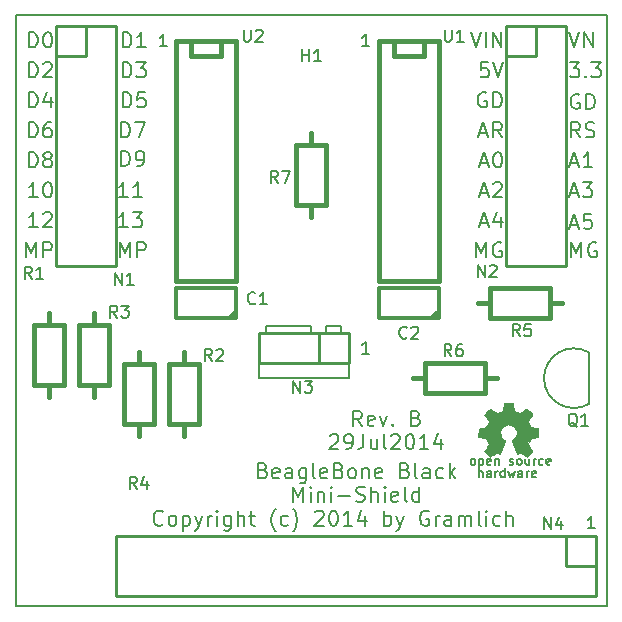
<source format=gto>
%FSLAX34Y34*%
G04 Gerber Fmt 3.4, Leading zero omitted, Abs format*
G04 (created by PCBNEW (2014-jan-25)-product) date Tue 29 Jul 2014 10:47:11 AM PDT*
%MOIN*%
G01*
G70*
G90*
G04 APERTURE LIST*
%ADD10C,0.003937*%
%ADD11C,0.008000*%
%ADD12C,0.006000*%
%ADD13C,0.012000*%
%ADD14C,0.000100*%
%ADD15C,0.010000*%
%ADD16C,0.005906*%
%ADD17C,0.015000*%
G04 APERTURE END LIST*
G54D10*
G54D11*
X35049Y-57618D02*
X35025Y-57642D01*
X34954Y-57666D01*
X34906Y-57666D01*
X34835Y-57642D01*
X34787Y-57594D01*
X34763Y-57547D01*
X34740Y-57451D01*
X34740Y-57380D01*
X34763Y-57285D01*
X34787Y-57237D01*
X34835Y-57190D01*
X34906Y-57166D01*
X34954Y-57166D01*
X35025Y-57190D01*
X35049Y-57213D01*
X35335Y-57666D02*
X35287Y-57642D01*
X35263Y-57618D01*
X35240Y-57570D01*
X35240Y-57428D01*
X35263Y-57380D01*
X35287Y-57356D01*
X35335Y-57332D01*
X35406Y-57332D01*
X35454Y-57356D01*
X35478Y-57380D01*
X35501Y-57428D01*
X35501Y-57570D01*
X35478Y-57618D01*
X35454Y-57642D01*
X35406Y-57666D01*
X35335Y-57666D01*
X35716Y-57332D02*
X35716Y-57832D01*
X35716Y-57356D02*
X35763Y-57332D01*
X35859Y-57332D01*
X35906Y-57356D01*
X35930Y-57380D01*
X35954Y-57428D01*
X35954Y-57570D01*
X35930Y-57618D01*
X35906Y-57642D01*
X35859Y-57666D01*
X35763Y-57666D01*
X35716Y-57642D01*
X36120Y-57332D02*
X36240Y-57666D01*
X36359Y-57332D02*
X36240Y-57666D01*
X36192Y-57785D01*
X36168Y-57809D01*
X36120Y-57832D01*
X36549Y-57666D02*
X36549Y-57332D01*
X36549Y-57428D02*
X36573Y-57380D01*
X36597Y-57356D01*
X36644Y-57332D01*
X36692Y-57332D01*
X36859Y-57666D02*
X36859Y-57332D01*
X36859Y-57166D02*
X36835Y-57190D01*
X36859Y-57213D01*
X36882Y-57190D01*
X36859Y-57166D01*
X36859Y-57213D01*
X37311Y-57332D02*
X37311Y-57737D01*
X37287Y-57785D01*
X37263Y-57809D01*
X37216Y-57832D01*
X37144Y-57832D01*
X37097Y-57809D01*
X37311Y-57642D02*
X37263Y-57666D01*
X37168Y-57666D01*
X37120Y-57642D01*
X37097Y-57618D01*
X37073Y-57570D01*
X37073Y-57428D01*
X37097Y-57380D01*
X37120Y-57356D01*
X37168Y-57332D01*
X37263Y-57332D01*
X37311Y-57356D01*
X37549Y-57666D02*
X37549Y-57166D01*
X37763Y-57666D02*
X37763Y-57404D01*
X37740Y-57356D01*
X37692Y-57332D01*
X37620Y-57332D01*
X37573Y-57356D01*
X37549Y-57380D01*
X37930Y-57332D02*
X38120Y-57332D01*
X38001Y-57166D02*
X38001Y-57594D01*
X38025Y-57642D01*
X38073Y-57666D01*
X38120Y-57666D01*
X38811Y-57856D02*
X38787Y-57832D01*
X38740Y-57761D01*
X38716Y-57713D01*
X38692Y-57642D01*
X38668Y-57523D01*
X38668Y-57428D01*
X38692Y-57309D01*
X38716Y-57237D01*
X38740Y-57190D01*
X38787Y-57118D01*
X38811Y-57094D01*
X39216Y-57642D02*
X39168Y-57666D01*
X39073Y-57666D01*
X39025Y-57642D01*
X39001Y-57618D01*
X38978Y-57570D01*
X38978Y-57428D01*
X39001Y-57380D01*
X39025Y-57356D01*
X39073Y-57332D01*
X39168Y-57332D01*
X39216Y-57356D01*
X39382Y-57856D02*
X39406Y-57832D01*
X39454Y-57761D01*
X39478Y-57713D01*
X39501Y-57642D01*
X39525Y-57523D01*
X39525Y-57428D01*
X39501Y-57309D01*
X39478Y-57237D01*
X39454Y-57190D01*
X39406Y-57118D01*
X39382Y-57094D01*
X40120Y-57213D02*
X40144Y-57190D01*
X40192Y-57166D01*
X40311Y-57166D01*
X40359Y-57190D01*
X40382Y-57213D01*
X40406Y-57261D01*
X40406Y-57309D01*
X40382Y-57380D01*
X40097Y-57666D01*
X40406Y-57666D01*
X40716Y-57166D02*
X40763Y-57166D01*
X40811Y-57190D01*
X40835Y-57213D01*
X40859Y-57261D01*
X40882Y-57356D01*
X40882Y-57475D01*
X40859Y-57570D01*
X40835Y-57618D01*
X40811Y-57642D01*
X40763Y-57666D01*
X40716Y-57666D01*
X40668Y-57642D01*
X40644Y-57618D01*
X40620Y-57570D01*
X40597Y-57475D01*
X40597Y-57356D01*
X40620Y-57261D01*
X40644Y-57213D01*
X40668Y-57190D01*
X40716Y-57166D01*
X41359Y-57666D02*
X41073Y-57666D01*
X41216Y-57666D02*
X41216Y-57166D01*
X41168Y-57237D01*
X41120Y-57285D01*
X41073Y-57309D01*
X41787Y-57332D02*
X41787Y-57666D01*
X41668Y-57142D02*
X41549Y-57499D01*
X41859Y-57499D01*
X42430Y-57666D02*
X42430Y-57166D01*
X42430Y-57356D02*
X42478Y-57332D01*
X42573Y-57332D01*
X42620Y-57356D01*
X42644Y-57380D01*
X42668Y-57428D01*
X42668Y-57570D01*
X42644Y-57618D01*
X42620Y-57642D01*
X42573Y-57666D01*
X42478Y-57666D01*
X42430Y-57642D01*
X42835Y-57332D02*
X42954Y-57666D01*
X43073Y-57332D02*
X42954Y-57666D01*
X42906Y-57785D01*
X42882Y-57809D01*
X42835Y-57832D01*
X43906Y-57190D02*
X43859Y-57166D01*
X43787Y-57166D01*
X43716Y-57190D01*
X43668Y-57237D01*
X43644Y-57285D01*
X43620Y-57380D01*
X43620Y-57451D01*
X43644Y-57547D01*
X43668Y-57594D01*
X43716Y-57642D01*
X43787Y-57666D01*
X43835Y-57666D01*
X43906Y-57642D01*
X43930Y-57618D01*
X43930Y-57451D01*
X43835Y-57451D01*
X44144Y-57666D02*
X44144Y-57332D01*
X44144Y-57428D02*
X44168Y-57380D01*
X44192Y-57356D01*
X44240Y-57332D01*
X44287Y-57332D01*
X44668Y-57666D02*
X44668Y-57404D01*
X44644Y-57356D01*
X44597Y-57332D01*
X44501Y-57332D01*
X44454Y-57356D01*
X44668Y-57642D02*
X44620Y-57666D01*
X44501Y-57666D01*
X44454Y-57642D01*
X44430Y-57594D01*
X44430Y-57547D01*
X44454Y-57499D01*
X44501Y-57475D01*
X44620Y-57475D01*
X44668Y-57451D01*
X44906Y-57666D02*
X44906Y-57332D01*
X44906Y-57380D02*
X44930Y-57356D01*
X44978Y-57332D01*
X45049Y-57332D01*
X45097Y-57356D01*
X45120Y-57404D01*
X45120Y-57666D01*
X45120Y-57404D02*
X45144Y-57356D01*
X45192Y-57332D01*
X45263Y-57332D01*
X45311Y-57356D01*
X45335Y-57404D01*
X45335Y-57666D01*
X45644Y-57666D02*
X45597Y-57642D01*
X45573Y-57594D01*
X45573Y-57166D01*
X45835Y-57666D02*
X45835Y-57332D01*
X45835Y-57166D02*
X45811Y-57190D01*
X45835Y-57213D01*
X45859Y-57190D01*
X45835Y-57166D01*
X45835Y-57213D01*
X46287Y-57642D02*
X46240Y-57666D01*
X46144Y-57666D01*
X46097Y-57642D01*
X46073Y-57618D01*
X46049Y-57570D01*
X46049Y-57428D01*
X46073Y-57380D01*
X46097Y-57356D01*
X46144Y-57332D01*
X46240Y-57332D01*
X46287Y-57356D01*
X46501Y-57666D02*
X46501Y-57166D01*
X46716Y-57666D02*
X46716Y-57404D01*
X46692Y-57356D01*
X46644Y-57332D01*
X46573Y-57332D01*
X46525Y-57356D01*
X46501Y-57380D01*
X41690Y-54336D02*
X41523Y-54098D01*
X41404Y-54336D02*
X41404Y-53836D01*
X41595Y-53836D01*
X41642Y-53860D01*
X41666Y-53883D01*
X41690Y-53931D01*
X41690Y-54002D01*
X41666Y-54050D01*
X41642Y-54074D01*
X41595Y-54098D01*
X41404Y-54098D01*
X42095Y-54312D02*
X42047Y-54336D01*
X41952Y-54336D01*
X41904Y-54312D01*
X41880Y-54264D01*
X41880Y-54074D01*
X41904Y-54026D01*
X41952Y-54002D01*
X42047Y-54002D01*
X42095Y-54026D01*
X42119Y-54074D01*
X42119Y-54121D01*
X41880Y-54169D01*
X42285Y-54002D02*
X42404Y-54336D01*
X42523Y-54002D01*
X42714Y-54288D02*
X42738Y-54312D01*
X42714Y-54336D01*
X42690Y-54312D01*
X42714Y-54288D01*
X42714Y-54336D01*
X43500Y-54074D02*
X43571Y-54098D01*
X43595Y-54121D01*
X43619Y-54169D01*
X43619Y-54240D01*
X43595Y-54288D01*
X43571Y-54312D01*
X43523Y-54336D01*
X43333Y-54336D01*
X43333Y-53836D01*
X43500Y-53836D01*
X43547Y-53860D01*
X43571Y-53883D01*
X43595Y-53931D01*
X43595Y-53979D01*
X43571Y-54026D01*
X43547Y-54050D01*
X43500Y-54074D01*
X43333Y-54074D01*
X40619Y-54663D02*
X40642Y-54640D01*
X40690Y-54616D01*
X40809Y-54616D01*
X40857Y-54640D01*
X40880Y-54663D01*
X40904Y-54711D01*
X40904Y-54759D01*
X40880Y-54830D01*
X40595Y-55116D01*
X40904Y-55116D01*
X41142Y-55116D02*
X41238Y-55116D01*
X41285Y-55092D01*
X41309Y-55068D01*
X41357Y-54997D01*
X41380Y-54901D01*
X41380Y-54711D01*
X41357Y-54663D01*
X41333Y-54640D01*
X41285Y-54616D01*
X41190Y-54616D01*
X41142Y-54640D01*
X41119Y-54663D01*
X41095Y-54711D01*
X41095Y-54830D01*
X41119Y-54878D01*
X41142Y-54901D01*
X41190Y-54925D01*
X41285Y-54925D01*
X41333Y-54901D01*
X41357Y-54878D01*
X41380Y-54830D01*
X41738Y-54616D02*
X41738Y-54973D01*
X41714Y-55044D01*
X41666Y-55092D01*
X41595Y-55116D01*
X41547Y-55116D01*
X42190Y-54782D02*
X42190Y-55116D01*
X41976Y-54782D02*
X41976Y-55044D01*
X42000Y-55092D01*
X42047Y-55116D01*
X42119Y-55116D01*
X42166Y-55092D01*
X42190Y-55068D01*
X42500Y-55116D02*
X42452Y-55092D01*
X42428Y-55044D01*
X42428Y-54616D01*
X42666Y-54663D02*
X42690Y-54640D01*
X42738Y-54616D01*
X42857Y-54616D01*
X42904Y-54640D01*
X42928Y-54663D01*
X42952Y-54711D01*
X42952Y-54759D01*
X42928Y-54830D01*
X42642Y-55116D01*
X42952Y-55116D01*
X43261Y-54616D02*
X43309Y-54616D01*
X43357Y-54640D01*
X43380Y-54663D01*
X43404Y-54711D01*
X43428Y-54806D01*
X43428Y-54925D01*
X43404Y-55020D01*
X43380Y-55068D01*
X43357Y-55092D01*
X43309Y-55116D01*
X43261Y-55116D01*
X43214Y-55092D01*
X43190Y-55068D01*
X43166Y-55020D01*
X43142Y-54925D01*
X43142Y-54806D01*
X43166Y-54711D01*
X43190Y-54663D01*
X43214Y-54640D01*
X43261Y-54616D01*
X43904Y-55116D02*
X43619Y-55116D01*
X43761Y-55116D02*
X43761Y-54616D01*
X43714Y-54687D01*
X43666Y-54735D01*
X43619Y-54759D01*
X44333Y-54782D02*
X44333Y-55116D01*
X44214Y-54592D02*
X44095Y-54949D01*
X44404Y-54949D01*
X35173Y-41680D02*
X34945Y-41680D01*
X35059Y-41680D02*
X35059Y-41280D01*
X35021Y-41338D01*
X34983Y-41376D01*
X34945Y-41395D01*
X41923Y-41680D02*
X41695Y-41680D01*
X41809Y-41680D02*
X41809Y-41280D01*
X41771Y-41338D01*
X41733Y-41376D01*
X41695Y-41395D01*
X41923Y-51930D02*
X41695Y-51930D01*
X41809Y-51930D02*
X41809Y-51530D01*
X41771Y-51588D01*
X41733Y-51626D01*
X41695Y-51645D01*
X49443Y-57750D02*
X49215Y-57750D01*
X49329Y-57750D02*
X49329Y-57350D01*
X49291Y-57408D01*
X49253Y-57446D01*
X49215Y-57465D01*
G54D12*
X45591Y-56045D02*
X45591Y-55745D01*
X45720Y-56045D02*
X45720Y-55888D01*
X45705Y-55860D01*
X45677Y-55845D01*
X45634Y-55845D01*
X45605Y-55860D01*
X45591Y-55874D01*
X45991Y-56045D02*
X45991Y-55888D01*
X45977Y-55860D01*
X45948Y-55845D01*
X45891Y-55845D01*
X45862Y-55860D01*
X45991Y-56031D02*
X45962Y-56045D01*
X45891Y-56045D01*
X45862Y-56031D01*
X45848Y-56002D01*
X45848Y-55974D01*
X45862Y-55945D01*
X45891Y-55931D01*
X45962Y-55931D01*
X45991Y-55917D01*
X46134Y-56045D02*
X46134Y-55845D01*
X46134Y-55902D02*
X46148Y-55874D01*
X46162Y-55860D01*
X46191Y-55845D01*
X46220Y-55845D01*
X46448Y-56045D02*
X46448Y-55745D01*
X46448Y-56031D02*
X46420Y-56045D01*
X46362Y-56045D01*
X46334Y-56031D01*
X46320Y-56017D01*
X46305Y-55988D01*
X46305Y-55902D01*
X46320Y-55874D01*
X46334Y-55860D01*
X46362Y-55845D01*
X46420Y-55845D01*
X46448Y-55860D01*
X46562Y-55845D02*
X46620Y-56045D01*
X46677Y-55902D01*
X46734Y-56045D01*
X46791Y-55845D01*
X47034Y-56045D02*
X47034Y-55888D01*
X47020Y-55860D01*
X46991Y-55845D01*
X46934Y-55845D01*
X46905Y-55860D01*
X47034Y-56031D02*
X47005Y-56045D01*
X46934Y-56045D01*
X46905Y-56031D01*
X46891Y-56002D01*
X46891Y-55974D01*
X46905Y-55945D01*
X46934Y-55931D01*
X47005Y-55931D01*
X47034Y-55917D01*
X47177Y-56045D02*
X47177Y-55845D01*
X47177Y-55902D02*
X47191Y-55874D01*
X47205Y-55860D01*
X47234Y-55845D01*
X47262Y-55845D01*
X47477Y-56031D02*
X47448Y-56045D01*
X47391Y-56045D01*
X47362Y-56031D01*
X47348Y-56002D01*
X47348Y-55888D01*
X47362Y-55860D01*
X47391Y-55845D01*
X47448Y-55845D01*
X47477Y-55860D01*
X47491Y-55888D01*
X47491Y-55917D01*
X47348Y-55945D01*
X45364Y-55635D02*
X45335Y-55621D01*
X45321Y-55607D01*
X45307Y-55578D01*
X45307Y-55492D01*
X45321Y-55464D01*
X45335Y-55450D01*
X45364Y-55435D01*
X45407Y-55435D01*
X45435Y-55450D01*
X45450Y-55464D01*
X45464Y-55492D01*
X45464Y-55578D01*
X45450Y-55607D01*
X45435Y-55621D01*
X45407Y-55635D01*
X45364Y-55635D01*
X45592Y-55435D02*
X45592Y-55735D01*
X45592Y-55450D02*
X45621Y-55435D01*
X45678Y-55435D01*
X45707Y-55450D01*
X45721Y-55464D01*
X45735Y-55492D01*
X45735Y-55578D01*
X45721Y-55607D01*
X45707Y-55621D01*
X45678Y-55635D01*
X45621Y-55635D01*
X45592Y-55621D01*
X45978Y-55621D02*
X45950Y-55635D01*
X45892Y-55635D01*
X45864Y-55621D01*
X45850Y-55592D01*
X45850Y-55478D01*
X45864Y-55450D01*
X45892Y-55435D01*
X45950Y-55435D01*
X45978Y-55450D01*
X45992Y-55478D01*
X45992Y-55507D01*
X45850Y-55535D01*
X46121Y-55435D02*
X46121Y-55635D01*
X46121Y-55464D02*
X46135Y-55450D01*
X46164Y-55435D01*
X46207Y-55435D01*
X46235Y-55450D01*
X46250Y-55478D01*
X46250Y-55635D01*
X46607Y-55621D02*
X46635Y-55635D01*
X46692Y-55635D01*
X46721Y-55621D01*
X46735Y-55592D01*
X46735Y-55578D01*
X46721Y-55550D01*
X46692Y-55535D01*
X46650Y-55535D01*
X46621Y-55521D01*
X46607Y-55492D01*
X46607Y-55478D01*
X46621Y-55450D01*
X46650Y-55435D01*
X46692Y-55435D01*
X46721Y-55450D01*
X46907Y-55635D02*
X46878Y-55621D01*
X46864Y-55607D01*
X46850Y-55578D01*
X46850Y-55492D01*
X46864Y-55464D01*
X46878Y-55450D01*
X46907Y-55435D01*
X46950Y-55435D01*
X46978Y-55450D01*
X46992Y-55464D01*
X47007Y-55492D01*
X47007Y-55578D01*
X46992Y-55607D01*
X46978Y-55621D01*
X46950Y-55635D01*
X46907Y-55635D01*
X47264Y-55435D02*
X47264Y-55635D01*
X47135Y-55435D02*
X47135Y-55592D01*
X47150Y-55621D01*
X47178Y-55635D01*
X47221Y-55635D01*
X47250Y-55621D01*
X47264Y-55607D01*
X47407Y-55635D02*
X47407Y-55435D01*
X47407Y-55492D02*
X47421Y-55464D01*
X47435Y-55450D01*
X47464Y-55435D01*
X47492Y-55435D01*
X47721Y-55621D02*
X47692Y-55635D01*
X47635Y-55635D01*
X47607Y-55621D01*
X47592Y-55607D01*
X47578Y-55578D01*
X47578Y-55492D01*
X47592Y-55464D01*
X47607Y-55450D01*
X47635Y-55435D01*
X47692Y-55435D01*
X47721Y-55450D01*
X47964Y-55621D02*
X47935Y-55635D01*
X47878Y-55635D01*
X47850Y-55621D01*
X47835Y-55592D01*
X47835Y-55478D01*
X47850Y-55450D01*
X47878Y-55435D01*
X47935Y-55435D01*
X47964Y-55450D01*
X47978Y-55478D01*
X47978Y-55507D01*
X47835Y-55535D01*
G54D11*
X38392Y-55824D02*
X38464Y-55848D01*
X38488Y-55871D01*
X38511Y-55919D01*
X38511Y-55990D01*
X38488Y-56038D01*
X38464Y-56062D01*
X38416Y-56086D01*
X38226Y-56086D01*
X38226Y-55586D01*
X38392Y-55586D01*
X38440Y-55610D01*
X38464Y-55633D01*
X38488Y-55681D01*
X38488Y-55729D01*
X38464Y-55776D01*
X38440Y-55800D01*
X38392Y-55824D01*
X38226Y-55824D01*
X38916Y-56062D02*
X38869Y-56086D01*
X38773Y-56086D01*
X38726Y-56062D01*
X38702Y-56014D01*
X38702Y-55824D01*
X38726Y-55776D01*
X38773Y-55752D01*
X38869Y-55752D01*
X38916Y-55776D01*
X38940Y-55824D01*
X38940Y-55871D01*
X38702Y-55919D01*
X39369Y-56086D02*
X39369Y-55824D01*
X39345Y-55776D01*
X39297Y-55752D01*
X39202Y-55752D01*
X39154Y-55776D01*
X39369Y-56062D02*
X39321Y-56086D01*
X39202Y-56086D01*
X39154Y-56062D01*
X39130Y-56014D01*
X39130Y-55967D01*
X39154Y-55919D01*
X39202Y-55895D01*
X39321Y-55895D01*
X39369Y-55871D01*
X39821Y-55752D02*
X39821Y-56157D01*
X39797Y-56205D01*
X39773Y-56229D01*
X39726Y-56252D01*
X39654Y-56252D01*
X39607Y-56229D01*
X39821Y-56062D02*
X39773Y-56086D01*
X39678Y-56086D01*
X39630Y-56062D01*
X39607Y-56038D01*
X39583Y-55990D01*
X39583Y-55848D01*
X39607Y-55800D01*
X39630Y-55776D01*
X39678Y-55752D01*
X39773Y-55752D01*
X39821Y-55776D01*
X40130Y-56086D02*
X40083Y-56062D01*
X40059Y-56014D01*
X40059Y-55586D01*
X40511Y-56062D02*
X40464Y-56086D01*
X40369Y-56086D01*
X40321Y-56062D01*
X40297Y-56014D01*
X40297Y-55824D01*
X40321Y-55776D01*
X40369Y-55752D01*
X40464Y-55752D01*
X40511Y-55776D01*
X40535Y-55824D01*
X40535Y-55871D01*
X40297Y-55919D01*
X40916Y-55824D02*
X40988Y-55848D01*
X41011Y-55871D01*
X41035Y-55919D01*
X41035Y-55990D01*
X41011Y-56038D01*
X40988Y-56062D01*
X40940Y-56086D01*
X40750Y-56086D01*
X40750Y-55586D01*
X40916Y-55586D01*
X40964Y-55610D01*
X40988Y-55633D01*
X41011Y-55681D01*
X41011Y-55729D01*
X40988Y-55776D01*
X40964Y-55800D01*
X40916Y-55824D01*
X40750Y-55824D01*
X41321Y-56086D02*
X41273Y-56062D01*
X41250Y-56038D01*
X41226Y-55990D01*
X41226Y-55848D01*
X41250Y-55800D01*
X41273Y-55776D01*
X41321Y-55752D01*
X41392Y-55752D01*
X41440Y-55776D01*
X41464Y-55800D01*
X41488Y-55848D01*
X41488Y-55990D01*
X41464Y-56038D01*
X41440Y-56062D01*
X41392Y-56086D01*
X41321Y-56086D01*
X41702Y-55752D02*
X41702Y-56086D01*
X41702Y-55800D02*
X41726Y-55776D01*
X41773Y-55752D01*
X41845Y-55752D01*
X41892Y-55776D01*
X41916Y-55824D01*
X41916Y-56086D01*
X42345Y-56062D02*
X42297Y-56086D01*
X42202Y-56086D01*
X42154Y-56062D01*
X42130Y-56014D01*
X42130Y-55824D01*
X42154Y-55776D01*
X42202Y-55752D01*
X42297Y-55752D01*
X42345Y-55776D01*
X42369Y-55824D01*
X42369Y-55871D01*
X42130Y-55919D01*
X43130Y-55824D02*
X43202Y-55848D01*
X43226Y-55871D01*
X43250Y-55919D01*
X43250Y-55990D01*
X43226Y-56038D01*
X43202Y-56062D01*
X43154Y-56086D01*
X42964Y-56086D01*
X42964Y-55586D01*
X43130Y-55586D01*
X43178Y-55610D01*
X43202Y-55633D01*
X43226Y-55681D01*
X43226Y-55729D01*
X43202Y-55776D01*
X43178Y-55800D01*
X43130Y-55824D01*
X42964Y-55824D01*
X43535Y-56086D02*
X43488Y-56062D01*
X43464Y-56014D01*
X43464Y-55586D01*
X43940Y-56086D02*
X43940Y-55824D01*
X43916Y-55776D01*
X43869Y-55752D01*
X43773Y-55752D01*
X43726Y-55776D01*
X43940Y-56062D02*
X43892Y-56086D01*
X43773Y-56086D01*
X43726Y-56062D01*
X43702Y-56014D01*
X43702Y-55967D01*
X43726Y-55919D01*
X43773Y-55895D01*
X43892Y-55895D01*
X43940Y-55871D01*
X44392Y-56062D02*
X44345Y-56086D01*
X44250Y-56086D01*
X44202Y-56062D01*
X44178Y-56038D01*
X44154Y-55990D01*
X44154Y-55848D01*
X44178Y-55800D01*
X44202Y-55776D01*
X44250Y-55752D01*
X44345Y-55752D01*
X44392Y-55776D01*
X44607Y-56086D02*
X44607Y-55586D01*
X44654Y-55895D02*
X44797Y-56086D01*
X44797Y-55752D02*
X44607Y-55943D01*
X39404Y-56866D02*
X39404Y-56366D01*
X39571Y-56723D01*
X39738Y-56366D01*
X39738Y-56866D01*
X39976Y-56866D02*
X39976Y-56532D01*
X39976Y-56366D02*
X39952Y-56390D01*
X39976Y-56413D01*
X40000Y-56390D01*
X39976Y-56366D01*
X39976Y-56413D01*
X40214Y-56532D02*
X40214Y-56866D01*
X40214Y-56580D02*
X40238Y-56556D01*
X40285Y-56532D01*
X40357Y-56532D01*
X40404Y-56556D01*
X40428Y-56604D01*
X40428Y-56866D01*
X40666Y-56866D02*
X40666Y-56532D01*
X40666Y-56366D02*
X40642Y-56390D01*
X40666Y-56413D01*
X40690Y-56390D01*
X40666Y-56366D01*
X40666Y-56413D01*
X40904Y-56675D02*
X41285Y-56675D01*
X41500Y-56842D02*
X41571Y-56866D01*
X41690Y-56866D01*
X41738Y-56842D01*
X41761Y-56818D01*
X41785Y-56770D01*
X41785Y-56723D01*
X41761Y-56675D01*
X41738Y-56651D01*
X41690Y-56628D01*
X41595Y-56604D01*
X41547Y-56580D01*
X41523Y-56556D01*
X41500Y-56509D01*
X41500Y-56461D01*
X41523Y-56413D01*
X41547Y-56390D01*
X41595Y-56366D01*
X41714Y-56366D01*
X41785Y-56390D01*
X42000Y-56866D02*
X42000Y-56366D01*
X42214Y-56866D02*
X42214Y-56604D01*
X42190Y-56556D01*
X42142Y-56532D01*
X42071Y-56532D01*
X42023Y-56556D01*
X42000Y-56580D01*
X42452Y-56866D02*
X42452Y-56532D01*
X42452Y-56366D02*
X42428Y-56390D01*
X42452Y-56413D01*
X42476Y-56390D01*
X42452Y-56366D01*
X42452Y-56413D01*
X42880Y-56842D02*
X42833Y-56866D01*
X42738Y-56866D01*
X42690Y-56842D01*
X42666Y-56794D01*
X42666Y-56604D01*
X42690Y-56556D01*
X42738Y-56532D01*
X42833Y-56532D01*
X42880Y-56556D01*
X42904Y-56604D01*
X42904Y-56651D01*
X42666Y-56699D01*
X43190Y-56866D02*
X43142Y-56842D01*
X43119Y-56794D01*
X43119Y-56366D01*
X43595Y-56866D02*
X43595Y-56366D01*
X43595Y-56842D02*
X43547Y-56866D01*
X43452Y-56866D01*
X43404Y-56842D01*
X43380Y-56818D01*
X43357Y-56770D01*
X43357Y-56628D01*
X43380Y-56580D01*
X43404Y-56556D01*
X43452Y-56532D01*
X43547Y-56532D01*
X43595Y-56556D01*
X48645Y-47633D02*
X48883Y-47633D01*
X48597Y-47776D02*
X48764Y-47276D01*
X48930Y-47776D01*
X49335Y-47276D02*
X49097Y-47276D01*
X49073Y-47514D01*
X49097Y-47490D01*
X49145Y-47466D01*
X49264Y-47466D01*
X49311Y-47490D01*
X49335Y-47514D01*
X49359Y-47561D01*
X49359Y-47680D01*
X49335Y-47728D01*
X49311Y-47752D01*
X49264Y-47776D01*
X49145Y-47776D01*
X49097Y-47752D01*
X49073Y-47728D01*
X48645Y-46583D02*
X48883Y-46583D01*
X48597Y-46726D02*
X48764Y-46226D01*
X48930Y-46726D01*
X49050Y-46226D02*
X49359Y-46226D01*
X49192Y-46416D01*
X49264Y-46416D01*
X49311Y-46440D01*
X49335Y-46464D01*
X49359Y-46511D01*
X49359Y-46630D01*
X49335Y-46678D01*
X49311Y-46702D01*
X49264Y-46726D01*
X49121Y-46726D01*
X49073Y-46702D01*
X49050Y-46678D01*
X48645Y-45583D02*
X48883Y-45583D01*
X48597Y-45726D02*
X48764Y-45226D01*
X48930Y-45726D01*
X49359Y-45726D02*
X49073Y-45726D01*
X49216Y-45726D02*
X49216Y-45226D01*
X49169Y-45297D01*
X49121Y-45345D01*
X49073Y-45369D01*
X48954Y-44726D02*
X48788Y-44488D01*
X48669Y-44726D02*
X48669Y-44226D01*
X48859Y-44226D01*
X48907Y-44250D01*
X48930Y-44273D01*
X48954Y-44321D01*
X48954Y-44392D01*
X48930Y-44440D01*
X48907Y-44464D01*
X48859Y-44488D01*
X48669Y-44488D01*
X49145Y-44702D02*
X49216Y-44726D01*
X49335Y-44726D01*
X49383Y-44702D01*
X49407Y-44678D01*
X49430Y-44630D01*
X49430Y-44583D01*
X49407Y-44535D01*
X49383Y-44511D01*
X49335Y-44488D01*
X49240Y-44464D01*
X49192Y-44440D01*
X49169Y-44416D01*
X49145Y-44369D01*
X49145Y-44321D01*
X49169Y-44273D01*
X49192Y-44250D01*
X49240Y-44226D01*
X49359Y-44226D01*
X49430Y-44250D01*
X48930Y-43300D02*
X48883Y-43276D01*
X48811Y-43276D01*
X48740Y-43300D01*
X48692Y-43347D01*
X48669Y-43395D01*
X48645Y-43490D01*
X48645Y-43561D01*
X48669Y-43657D01*
X48692Y-43704D01*
X48740Y-43752D01*
X48811Y-43776D01*
X48859Y-43776D01*
X48930Y-43752D01*
X48954Y-43728D01*
X48954Y-43561D01*
X48859Y-43561D01*
X49169Y-43776D02*
X49169Y-43276D01*
X49288Y-43276D01*
X49359Y-43300D01*
X49407Y-43347D01*
X49430Y-43395D01*
X49454Y-43490D01*
X49454Y-43561D01*
X49430Y-43657D01*
X49407Y-43704D01*
X49359Y-43752D01*
X49288Y-43776D01*
X49169Y-43776D01*
X48621Y-42226D02*
X48930Y-42226D01*
X48764Y-42416D01*
X48835Y-42416D01*
X48883Y-42440D01*
X48907Y-42464D01*
X48930Y-42511D01*
X48930Y-42630D01*
X48907Y-42678D01*
X48883Y-42702D01*
X48835Y-42726D01*
X48692Y-42726D01*
X48645Y-42702D01*
X48621Y-42678D01*
X49145Y-42678D02*
X49169Y-42702D01*
X49145Y-42726D01*
X49121Y-42702D01*
X49145Y-42678D01*
X49145Y-42726D01*
X49335Y-42226D02*
X49645Y-42226D01*
X49478Y-42416D01*
X49550Y-42416D01*
X49597Y-42440D01*
X49621Y-42464D01*
X49645Y-42511D01*
X49645Y-42630D01*
X49621Y-42678D01*
X49597Y-42702D01*
X49550Y-42726D01*
X49407Y-42726D01*
X49359Y-42702D01*
X49335Y-42678D01*
X48597Y-41226D02*
X48764Y-41726D01*
X48930Y-41226D01*
X49097Y-41726D02*
X49097Y-41226D01*
X49383Y-41726D01*
X49383Y-41226D01*
X48669Y-48726D02*
X48669Y-48226D01*
X48835Y-48583D01*
X49002Y-48226D01*
X49002Y-48726D01*
X49502Y-48250D02*
X49454Y-48226D01*
X49383Y-48226D01*
X49311Y-48250D01*
X49264Y-48297D01*
X49240Y-48345D01*
X49216Y-48440D01*
X49216Y-48511D01*
X49240Y-48607D01*
X49264Y-48654D01*
X49311Y-48702D01*
X49383Y-48726D01*
X49430Y-48726D01*
X49502Y-48702D01*
X49526Y-48678D01*
X49526Y-48511D01*
X49430Y-48511D01*
X33619Y-48726D02*
X33619Y-48226D01*
X33785Y-48583D01*
X33952Y-48226D01*
X33952Y-48726D01*
X34190Y-48726D02*
X34190Y-48226D01*
X34380Y-48226D01*
X34428Y-48250D01*
X34452Y-48273D01*
X34476Y-48321D01*
X34476Y-48392D01*
X34452Y-48440D01*
X34428Y-48464D01*
X34380Y-48488D01*
X34190Y-48488D01*
X33880Y-47726D02*
X33595Y-47726D01*
X33738Y-47726D02*
X33738Y-47226D01*
X33690Y-47297D01*
X33642Y-47345D01*
X33595Y-47369D01*
X34047Y-47226D02*
X34357Y-47226D01*
X34190Y-47416D01*
X34261Y-47416D01*
X34309Y-47440D01*
X34333Y-47464D01*
X34357Y-47511D01*
X34357Y-47630D01*
X34333Y-47678D01*
X34309Y-47702D01*
X34261Y-47726D01*
X34119Y-47726D01*
X34071Y-47702D01*
X34047Y-47678D01*
X33880Y-46726D02*
X33595Y-46726D01*
X33738Y-46726D02*
X33738Y-46226D01*
X33690Y-46297D01*
X33642Y-46345D01*
X33595Y-46369D01*
X34357Y-46726D02*
X34071Y-46726D01*
X34214Y-46726D02*
X34214Y-46226D01*
X34166Y-46297D01*
X34119Y-46345D01*
X34071Y-46369D01*
X33669Y-45676D02*
X33669Y-45176D01*
X33788Y-45176D01*
X33859Y-45200D01*
X33907Y-45247D01*
X33930Y-45295D01*
X33954Y-45390D01*
X33954Y-45461D01*
X33930Y-45557D01*
X33907Y-45604D01*
X33859Y-45652D01*
X33788Y-45676D01*
X33669Y-45676D01*
X34192Y-45676D02*
X34288Y-45676D01*
X34335Y-45652D01*
X34359Y-45628D01*
X34407Y-45557D01*
X34430Y-45461D01*
X34430Y-45271D01*
X34407Y-45223D01*
X34383Y-45200D01*
X34335Y-45176D01*
X34240Y-45176D01*
X34192Y-45200D01*
X34169Y-45223D01*
X34145Y-45271D01*
X34145Y-45390D01*
X34169Y-45438D01*
X34192Y-45461D01*
X34240Y-45485D01*
X34335Y-45485D01*
X34383Y-45461D01*
X34407Y-45438D01*
X34430Y-45390D01*
X33669Y-44726D02*
X33669Y-44226D01*
X33788Y-44226D01*
X33859Y-44250D01*
X33907Y-44297D01*
X33930Y-44345D01*
X33954Y-44440D01*
X33954Y-44511D01*
X33930Y-44607D01*
X33907Y-44654D01*
X33859Y-44702D01*
X33788Y-44726D01*
X33669Y-44726D01*
X34121Y-44226D02*
X34454Y-44226D01*
X34240Y-44726D01*
X33719Y-43726D02*
X33719Y-43226D01*
X33838Y-43226D01*
X33909Y-43250D01*
X33957Y-43297D01*
X33980Y-43345D01*
X34004Y-43440D01*
X34004Y-43511D01*
X33980Y-43607D01*
X33957Y-43654D01*
X33909Y-43702D01*
X33838Y-43726D01*
X33719Y-43726D01*
X34457Y-43226D02*
X34219Y-43226D01*
X34195Y-43464D01*
X34219Y-43440D01*
X34266Y-43416D01*
X34385Y-43416D01*
X34433Y-43440D01*
X34457Y-43464D01*
X34480Y-43511D01*
X34480Y-43630D01*
X34457Y-43678D01*
X34433Y-43702D01*
X34385Y-43726D01*
X34266Y-43726D01*
X34219Y-43702D01*
X34195Y-43678D01*
X33719Y-42726D02*
X33719Y-42226D01*
X33838Y-42226D01*
X33909Y-42250D01*
X33957Y-42297D01*
X33980Y-42345D01*
X34004Y-42440D01*
X34004Y-42511D01*
X33980Y-42607D01*
X33957Y-42654D01*
X33909Y-42702D01*
X33838Y-42726D01*
X33719Y-42726D01*
X34171Y-42226D02*
X34480Y-42226D01*
X34314Y-42416D01*
X34385Y-42416D01*
X34433Y-42440D01*
X34457Y-42464D01*
X34480Y-42511D01*
X34480Y-42630D01*
X34457Y-42678D01*
X34433Y-42702D01*
X34385Y-42726D01*
X34242Y-42726D01*
X34195Y-42702D01*
X34171Y-42678D01*
X33719Y-41726D02*
X33719Y-41226D01*
X33838Y-41226D01*
X33909Y-41250D01*
X33957Y-41297D01*
X33980Y-41345D01*
X34004Y-41440D01*
X34004Y-41511D01*
X33980Y-41607D01*
X33957Y-41654D01*
X33909Y-41702D01*
X33838Y-41726D01*
X33719Y-41726D01*
X34480Y-41726D02*
X34195Y-41726D01*
X34338Y-41726D02*
X34338Y-41226D01*
X34290Y-41297D01*
X34242Y-41345D01*
X34195Y-41369D01*
X45497Y-48726D02*
X45497Y-48226D01*
X45664Y-48583D01*
X45830Y-48226D01*
X45830Y-48726D01*
X46330Y-48250D02*
X46283Y-48226D01*
X46211Y-48226D01*
X46140Y-48250D01*
X46092Y-48297D01*
X46069Y-48345D01*
X46045Y-48440D01*
X46045Y-48511D01*
X46069Y-48607D01*
X46092Y-48654D01*
X46140Y-48702D01*
X46211Y-48726D01*
X46259Y-48726D01*
X46330Y-48702D01*
X46354Y-48678D01*
X46354Y-48511D01*
X46259Y-48511D01*
X45640Y-47583D02*
X45878Y-47583D01*
X45592Y-47726D02*
X45759Y-47226D01*
X45926Y-47726D01*
X46307Y-47392D02*
X46307Y-47726D01*
X46188Y-47202D02*
X46069Y-47559D01*
X46378Y-47559D01*
X45640Y-46583D02*
X45878Y-46583D01*
X45592Y-46726D02*
X45759Y-46226D01*
X45926Y-46726D01*
X46069Y-46273D02*
X46092Y-46250D01*
X46140Y-46226D01*
X46259Y-46226D01*
X46307Y-46250D01*
X46330Y-46273D01*
X46354Y-46321D01*
X46354Y-46369D01*
X46330Y-46440D01*
X46045Y-46726D01*
X46354Y-46726D01*
X45640Y-45583D02*
X45878Y-45583D01*
X45592Y-45726D02*
X45759Y-45226D01*
X45926Y-45726D01*
X46188Y-45226D02*
X46235Y-45226D01*
X46283Y-45250D01*
X46307Y-45273D01*
X46330Y-45321D01*
X46354Y-45416D01*
X46354Y-45535D01*
X46330Y-45630D01*
X46307Y-45678D01*
X46283Y-45702D01*
X46235Y-45726D01*
X46188Y-45726D01*
X46140Y-45702D01*
X46116Y-45678D01*
X46092Y-45630D01*
X46069Y-45535D01*
X46069Y-45416D01*
X46092Y-45321D01*
X46116Y-45273D01*
X46140Y-45250D01*
X46188Y-45226D01*
X45616Y-44583D02*
X45854Y-44583D01*
X45569Y-44726D02*
X45735Y-44226D01*
X45902Y-44726D01*
X46354Y-44726D02*
X46188Y-44488D01*
X46069Y-44726D02*
X46069Y-44226D01*
X46259Y-44226D01*
X46307Y-44250D01*
X46330Y-44273D01*
X46354Y-44321D01*
X46354Y-44392D01*
X46330Y-44440D01*
X46307Y-44464D01*
X46259Y-44488D01*
X46069Y-44488D01*
X45830Y-43250D02*
X45783Y-43226D01*
X45711Y-43226D01*
X45640Y-43250D01*
X45592Y-43297D01*
X45569Y-43345D01*
X45545Y-43440D01*
X45545Y-43511D01*
X45569Y-43607D01*
X45592Y-43654D01*
X45640Y-43702D01*
X45711Y-43726D01*
X45759Y-43726D01*
X45830Y-43702D01*
X45854Y-43678D01*
X45854Y-43511D01*
X45759Y-43511D01*
X46069Y-43726D02*
X46069Y-43226D01*
X46188Y-43226D01*
X46259Y-43250D01*
X46307Y-43297D01*
X46330Y-43345D01*
X46354Y-43440D01*
X46354Y-43511D01*
X46330Y-43607D01*
X46307Y-43654D01*
X46259Y-43702D01*
X46188Y-43726D01*
X46069Y-43726D01*
X45902Y-42226D02*
X45664Y-42226D01*
X45640Y-42464D01*
X45664Y-42440D01*
X45711Y-42416D01*
X45830Y-42416D01*
X45878Y-42440D01*
X45902Y-42464D01*
X45926Y-42511D01*
X45926Y-42630D01*
X45902Y-42678D01*
X45878Y-42702D01*
X45830Y-42726D01*
X45711Y-42726D01*
X45664Y-42702D01*
X45640Y-42678D01*
X46069Y-42226D02*
X46235Y-42726D01*
X46402Y-42226D01*
X45307Y-41226D02*
X45473Y-41726D01*
X45640Y-41226D01*
X45807Y-41726D02*
X45807Y-41226D01*
X46045Y-41726D02*
X46045Y-41226D01*
X46330Y-41726D01*
X46330Y-41226D01*
X30497Y-48726D02*
X30497Y-48226D01*
X30664Y-48583D01*
X30830Y-48226D01*
X30830Y-48726D01*
X31069Y-48726D02*
X31069Y-48226D01*
X31259Y-48226D01*
X31307Y-48250D01*
X31330Y-48273D01*
X31354Y-48321D01*
X31354Y-48392D01*
X31330Y-48440D01*
X31307Y-48464D01*
X31259Y-48488D01*
X31069Y-48488D01*
X30878Y-47726D02*
X30592Y-47726D01*
X30735Y-47726D02*
X30735Y-47226D01*
X30688Y-47297D01*
X30640Y-47345D01*
X30592Y-47369D01*
X31069Y-47273D02*
X31092Y-47250D01*
X31140Y-47226D01*
X31259Y-47226D01*
X31307Y-47250D01*
X31330Y-47273D01*
X31354Y-47321D01*
X31354Y-47369D01*
X31330Y-47440D01*
X31045Y-47726D01*
X31354Y-47726D01*
X30878Y-46726D02*
X30592Y-46726D01*
X30735Y-46726D02*
X30735Y-46226D01*
X30688Y-46297D01*
X30640Y-46345D01*
X30592Y-46369D01*
X31188Y-46226D02*
X31235Y-46226D01*
X31283Y-46250D01*
X31307Y-46273D01*
X31330Y-46321D01*
X31354Y-46416D01*
X31354Y-46535D01*
X31330Y-46630D01*
X31307Y-46678D01*
X31283Y-46702D01*
X31235Y-46726D01*
X31188Y-46726D01*
X31140Y-46702D01*
X31116Y-46678D01*
X31092Y-46630D01*
X31069Y-46535D01*
X31069Y-46416D01*
X31092Y-46321D01*
X31116Y-46273D01*
X31140Y-46250D01*
X31188Y-46226D01*
X30592Y-45726D02*
X30592Y-45226D01*
X30711Y-45226D01*
X30783Y-45250D01*
X30830Y-45297D01*
X30854Y-45345D01*
X30878Y-45440D01*
X30878Y-45511D01*
X30854Y-45607D01*
X30830Y-45654D01*
X30783Y-45702D01*
X30711Y-45726D01*
X30592Y-45726D01*
X31164Y-45440D02*
X31116Y-45416D01*
X31092Y-45392D01*
X31069Y-45345D01*
X31069Y-45321D01*
X31092Y-45273D01*
X31116Y-45250D01*
X31164Y-45226D01*
X31259Y-45226D01*
X31307Y-45250D01*
X31330Y-45273D01*
X31354Y-45321D01*
X31354Y-45345D01*
X31330Y-45392D01*
X31307Y-45416D01*
X31259Y-45440D01*
X31164Y-45440D01*
X31116Y-45464D01*
X31092Y-45488D01*
X31069Y-45535D01*
X31069Y-45630D01*
X31092Y-45678D01*
X31116Y-45702D01*
X31164Y-45726D01*
X31259Y-45726D01*
X31307Y-45702D01*
X31330Y-45678D01*
X31354Y-45630D01*
X31354Y-45535D01*
X31330Y-45488D01*
X31307Y-45464D01*
X31259Y-45440D01*
X30592Y-44726D02*
X30592Y-44226D01*
X30711Y-44226D01*
X30783Y-44250D01*
X30830Y-44297D01*
X30854Y-44345D01*
X30878Y-44440D01*
X30878Y-44511D01*
X30854Y-44607D01*
X30830Y-44654D01*
X30783Y-44702D01*
X30711Y-44726D01*
X30592Y-44726D01*
X31307Y-44226D02*
X31211Y-44226D01*
X31164Y-44250D01*
X31140Y-44273D01*
X31092Y-44345D01*
X31069Y-44440D01*
X31069Y-44630D01*
X31092Y-44678D01*
X31116Y-44702D01*
X31164Y-44726D01*
X31259Y-44726D01*
X31307Y-44702D01*
X31330Y-44678D01*
X31354Y-44630D01*
X31354Y-44511D01*
X31330Y-44464D01*
X31307Y-44440D01*
X31259Y-44416D01*
X31164Y-44416D01*
X31116Y-44440D01*
X31092Y-44464D01*
X31069Y-44511D01*
X30592Y-43726D02*
X30592Y-43226D01*
X30711Y-43226D01*
X30783Y-43250D01*
X30830Y-43297D01*
X30854Y-43345D01*
X30878Y-43440D01*
X30878Y-43511D01*
X30854Y-43607D01*
X30830Y-43654D01*
X30783Y-43702D01*
X30711Y-43726D01*
X30592Y-43726D01*
X31307Y-43392D02*
X31307Y-43726D01*
X31188Y-43202D02*
X31069Y-43559D01*
X31378Y-43559D01*
X30592Y-42726D02*
X30592Y-42226D01*
X30711Y-42226D01*
X30783Y-42250D01*
X30830Y-42297D01*
X30854Y-42345D01*
X30878Y-42440D01*
X30878Y-42511D01*
X30854Y-42607D01*
X30830Y-42654D01*
X30783Y-42702D01*
X30711Y-42726D01*
X30592Y-42726D01*
X31069Y-42273D02*
X31092Y-42250D01*
X31140Y-42226D01*
X31259Y-42226D01*
X31307Y-42250D01*
X31330Y-42273D01*
X31354Y-42321D01*
X31354Y-42369D01*
X31330Y-42440D01*
X31045Y-42726D01*
X31354Y-42726D01*
X30592Y-41726D02*
X30592Y-41226D01*
X30711Y-41226D01*
X30783Y-41250D01*
X30830Y-41297D01*
X30854Y-41345D01*
X30878Y-41440D01*
X30878Y-41511D01*
X30854Y-41607D01*
X30830Y-41654D01*
X30783Y-41702D01*
X30711Y-41726D01*
X30592Y-41726D01*
X31188Y-41226D02*
X31235Y-41226D01*
X31283Y-41250D01*
X31307Y-41273D01*
X31330Y-41321D01*
X31354Y-41416D01*
X31354Y-41535D01*
X31330Y-41630D01*
X31307Y-41678D01*
X31283Y-41702D01*
X31235Y-41726D01*
X31188Y-41726D01*
X31140Y-41702D01*
X31116Y-41678D01*
X31092Y-41630D01*
X31069Y-41535D01*
X31069Y-41416D01*
X31092Y-41321D01*
X31116Y-41273D01*
X31140Y-41250D01*
X31188Y-41226D01*
X49842Y-40657D02*
X49842Y-60342D01*
X49842Y-60342D02*
X30157Y-60342D01*
X30157Y-40657D02*
X30157Y-60342D01*
X30157Y-40657D02*
X49842Y-40657D01*
G54D13*
X37480Y-50750D02*
X35500Y-50750D01*
X35500Y-50750D02*
X35500Y-49750D01*
X35500Y-49750D02*
X37500Y-49750D01*
X37500Y-49750D02*
X37500Y-50750D01*
X37500Y-50500D02*
X37250Y-50750D01*
X44230Y-50750D02*
X42250Y-50750D01*
X42250Y-50750D02*
X42250Y-49750D01*
X42250Y-49750D02*
X44250Y-49750D01*
X44250Y-49750D02*
X44250Y-50750D01*
X44250Y-50500D02*
X44000Y-50750D01*
G54D14*
G36*
X45964Y-55363D02*
X45975Y-55358D01*
X45998Y-55343D01*
X46031Y-55321D01*
X46071Y-55294D01*
X46110Y-55268D01*
X46143Y-55246D01*
X46166Y-55231D01*
X46175Y-55226D01*
X46180Y-55228D01*
X46199Y-55237D01*
X46227Y-55251D01*
X46242Y-55259D01*
X46268Y-55270D01*
X46280Y-55272D01*
X46282Y-55269D01*
X46291Y-55250D01*
X46306Y-55217D01*
X46325Y-55174D01*
X46346Y-55123D01*
X46369Y-55068D01*
X46393Y-55012D01*
X46415Y-54959D01*
X46434Y-54911D01*
X46450Y-54872D01*
X46460Y-54845D01*
X46464Y-54833D01*
X46463Y-54831D01*
X46450Y-54819D01*
X46428Y-54802D01*
X46381Y-54764D01*
X46334Y-54706D01*
X46306Y-54639D01*
X46297Y-54566D01*
X46305Y-54498D01*
X46331Y-54433D01*
X46377Y-54374D01*
X46433Y-54330D01*
X46497Y-54302D01*
X46570Y-54293D01*
X46639Y-54301D01*
X46706Y-54327D01*
X46765Y-54372D01*
X46790Y-54401D01*
X46825Y-54461D01*
X46844Y-54524D01*
X46846Y-54541D01*
X46843Y-54611D01*
X46823Y-54678D01*
X46785Y-54738D01*
X46734Y-54788D01*
X46728Y-54792D01*
X46704Y-54810D01*
X46688Y-54822D01*
X46675Y-54833D01*
X46765Y-55048D01*
X46779Y-55082D01*
X46803Y-55141D01*
X46825Y-55192D01*
X46842Y-55232D01*
X46854Y-55259D01*
X46859Y-55270D01*
X46860Y-55270D01*
X46868Y-55272D01*
X46884Y-55266D01*
X46914Y-55251D01*
X46934Y-55241D01*
X46957Y-55230D01*
X46967Y-55226D01*
X46976Y-55231D01*
X46998Y-55245D01*
X47030Y-55266D01*
X47069Y-55292D01*
X47105Y-55317D01*
X47139Y-55340D01*
X47164Y-55355D01*
X47175Y-55362D01*
X47177Y-55362D01*
X47188Y-55356D01*
X47207Y-55340D01*
X47237Y-55312D01*
X47278Y-55271D01*
X47284Y-55265D01*
X47318Y-55230D01*
X47346Y-55201D01*
X47365Y-55180D01*
X47371Y-55171D01*
X47371Y-55171D01*
X47365Y-55159D01*
X47350Y-55135D01*
X47327Y-55100D01*
X47300Y-55060D01*
X47229Y-54957D01*
X47268Y-54859D01*
X47280Y-54829D01*
X47295Y-54793D01*
X47307Y-54767D01*
X47313Y-54756D01*
X47323Y-54752D01*
X47350Y-54745D01*
X47389Y-54737D01*
X47435Y-54729D01*
X47479Y-54721D01*
X47519Y-54713D01*
X47548Y-54708D01*
X47561Y-54705D01*
X47564Y-54703D01*
X47566Y-54697D01*
X47568Y-54683D01*
X47569Y-54659D01*
X47569Y-54621D01*
X47569Y-54566D01*
X47569Y-54560D01*
X47569Y-54507D01*
X47568Y-54465D01*
X47567Y-54439D01*
X47565Y-54428D01*
X47565Y-54428D01*
X47552Y-54425D01*
X47524Y-54419D01*
X47484Y-54411D01*
X47437Y-54402D01*
X47434Y-54401D01*
X47387Y-54392D01*
X47347Y-54384D01*
X47319Y-54377D01*
X47307Y-54374D01*
X47305Y-54370D01*
X47295Y-54352D01*
X47282Y-54323D01*
X47266Y-54287D01*
X47251Y-54250D01*
X47237Y-54216D01*
X47228Y-54191D01*
X47226Y-54180D01*
X47226Y-54180D01*
X47233Y-54168D01*
X47249Y-54144D01*
X47272Y-54110D01*
X47300Y-54070D01*
X47302Y-54067D01*
X47329Y-54027D01*
X47351Y-53993D01*
X47366Y-53969D01*
X47371Y-53958D01*
X47371Y-53957D01*
X47362Y-53945D01*
X47342Y-53923D01*
X47313Y-53892D01*
X47278Y-53857D01*
X47267Y-53846D01*
X47228Y-53808D01*
X47201Y-53783D01*
X47184Y-53770D01*
X47176Y-53767D01*
X47176Y-53767D01*
X47164Y-53774D01*
X47138Y-53791D01*
X47104Y-53814D01*
X47064Y-53842D01*
X47061Y-53844D01*
X47021Y-53871D01*
X46987Y-53893D01*
X46964Y-53909D01*
X46953Y-53915D01*
X46952Y-53915D01*
X46935Y-53910D01*
X46907Y-53900D01*
X46872Y-53887D01*
X46835Y-53872D01*
X46801Y-53858D01*
X46776Y-53846D01*
X46764Y-53840D01*
X46764Y-53839D01*
X46760Y-53825D01*
X46753Y-53795D01*
X46744Y-53754D01*
X46735Y-53705D01*
X46734Y-53697D01*
X46725Y-53649D01*
X46717Y-53610D01*
X46711Y-53583D01*
X46709Y-53571D01*
X46702Y-53570D01*
X46678Y-53568D01*
X46643Y-53567D01*
X46600Y-53567D01*
X46555Y-53567D01*
X46511Y-53568D01*
X46473Y-53569D01*
X46446Y-53571D01*
X46435Y-53573D01*
X46435Y-53574D01*
X46430Y-53589D01*
X46424Y-53619D01*
X46415Y-53660D01*
X46406Y-53709D01*
X46404Y-53718D01*
X46395Y-53765D01*
X46387Y-53804D01*
X46382Y-53831D01*
X46379Y-53842D01*
X46374Y-53844D01*
X46355Y-53853D01*
X46323Y-53866D01*
X46283Y-53882D01*
X46192Y-53919D01*
X46080Y-53842D01*
X46069Y-53835D01*
X46029Y-53807D01*
X45996Y-53785D01*
X45973Y-53770D01*
X45963Y-53765D01*
X45962Y-53765D01*
X45951Y-53775D01*
X45929Y-53796D01*
X45899Y-53826D01*
X45863Y-53861D01*
X45837Y-53887D01*
X45806Y-53918D01*
X45787Y-53940D01*
X45776Y-53953D01*
X45772Y-53961D01*
X45773Y-53967D01*
X45780Y-53978D01*
X45797Y-54003D01*
X45820Y-54037D01*
X45847Y-54077D01*
X45870Y-54110D01*
X45894Y-54148D01*
X45910Y-54175D01*
X45915Y-54188D01*
X45914Y-54193D01*
X45906Y-54215D01*
X45893Y-54248D01*
X45876Y-54288D01*
X45837Y-54377D01*
X45779Y-54388D01*
X45743Y-54395D01*
X45694Y-54404D01*
X45647Y-54413D01*
X45573Y-54428D01*
X45570Y-54698D01*
X45582Y-54703D01*
X45593Y-54706D01*
X45620Y-54712D01*
X45659Y-54720D01*
X45705Y-54728D01*
X45744Y-54736D01*
X45784Y-54743D01*
X45812Y-54749D01*
X45825Y-54751D01*
X45828Y-54756D01*
X45838Y-54775D01*
X45852Y-54805D01*
X45868Y-54842D01*
X45883Y-54880D01*
X45897Y-54915D01*
X45907Y-54941D01*
X45911Y-54955D01*
X45905Y-54966D01*
X45890Y-54989D01*
X45868Y-55022D01*
X45842Y-55061D01*
X45815Y-55100D01*
X45792Y-55134D01*
X45776Y-55158D01*
X45770Y-55169D01*
X45773Y-55177D01*
X45789Y-55196D01*
X45818Y-55226D01*
X45862Y-55270D01*
X45870Y-55277D01*
X45905Y-55311D01*
X45934Y-55338D01*
X45955Y-55356D01*
X45964Y-55363D01*
X45964Y-55363D01*
G37*
X45964Y-55363D02*
X45975Y-55358D01*
X45998Y-55343D01*
X46031Y-55321D01*
X46071Y-55294D01*
X46110Y-55268D01*
X46143Y-55246D01*
X46166Y-55231D01*
X46175Y-55226D01*
X46180Y-55228D01*
X46199Y-55237D01*
X46227Y-55251D01*
X46242Y-55259D01*
X46268Y-55270D01*
X46280Y-55272D01*
X46282Y-55269D01*
X46291Y-55250D01*
X46306Y-55217D01*
X46325Y-55174D01*
X46346Y-55123D01*
X46369Y-55068D01*
X46393Y-55012D01*
X46415Y-54959D01*
X46434Y-54911D01*
X46450Y-54872D01*
X46460Y-54845D01*
X46464Y-54833D01*
X46463Y-54831D01*
X46450Y-54819D01*
X46428Y-54802D01*
X46381Y-54764D01*
X46334Y-54706D01*
X46306Y-54639D01*
X46297Y-54566D01*
X46305Y-54498D01*
X46331Y-54433D01*
X46377Y-54374D01*
X46433Y-54330D01*
X46497Y-54302D01*
X46570Y-54293D01*
X46639Y-54301D01*
X46706Y-54327D01*
X46765Y-54372D01*
X46790Y-54401D01*
X46825Y-54461D01*
X46844Y-54524D01*
X46846Y-54541D01*
X46843Y-54611D01*
X46823Y-54678D01*
X46785Y-54738D01*
X46734Y-54788D01*
X46728Y-54792D01*
X46704Y-54810D01*
X46688Y-54822D01*
X46675Y-54833D01*
X46765Y-55048D01*
X46779Y-55082D01*
X46803Y-55141D01*
X46825Y-55192D01*
X46842Y-55232D01*
X46854Y-55259D01*
X46859Y-55270D01*
X46860Y-55270D01*
X46868Y-55272D01*
X46884Y-55266D01*
X46914Y-55251D01*
X46934Y-55241D01*
X46957Y-55230D01*
X46967Y-55226D01*
X46976Y-55231D01*
X46998Y-55245D01*
X47030Y-55266D01*
X47069Y-55292D01*
X47105Y-55317D01*
X47139Y-55340D01*
X47164Y-55355D01*
X47175Y-55362D01*
X47177Y-55362D01*
X47188Y-55356D01*
X47207Y-55340D01*
X47237Y-55312D01*
X47278Y-55271D01*
X47284Y-55265D01*
X47318Y-55230D01*
X47346Y-55201D01*
X47365Y-55180D01*
X47371Y-55171D01*
X47371Y-55171D01*
X47365Y-55159D01*
X47350Y-55135D01*
X47327Y-55100D01*
X47300Y-55060D01*
X47229Y-54957D01*
X47268Y-54859D01*
X47280Y-54829D01*
X47295Y-54793D01*
X47307Y-54767D01*
X47313Y-54756D01*
X47323Y-54752D01*
X47350Y-54745D01*
X47389Y-54737D01*
X47435Y-54729D01*
X47479Y-54721D01*
X47519Y-54713D01*
X47548Y-54708D01*
X47561Y-54705D01*
X47564Y-54703D01*
X47566Y-54697D01*
X47568Y-54683D01*
X47569Y-54659D01*
X47569Y-54621D01*
X47569Y-54566D01*
X47569Y-54560D01*
X47569Y-54507D01*
X47568Y-54465D01*
X47567Y-54439D01*
X47565Y-54428D01*
X47565Y-54428D01*
X47552Y-54425D01*
X47524Y-54419D01*
X47484Y-54411D01*
X47437Y-54402D01*
X47434Y-54401D01*
X47387Y-54392D01*
X47347Y-54384D01*
X47319Y-54377D01*
X47307Y-54374D01*
X47305Y-54370D01*
X47295Y-54352D01*
X47282Y-54323D01*
X47266Y-54287D01*
X47251Y-54250D01*
X47237Y-54216D01*
X47228Y-54191D01*
X47226Y-54180D01*
X47226Y-54180D01*
X47233Y-54168D01*
X47249Y-54144D01*
X47272Y-54110D01*
X47300Y-54070D01*
X47302Y-54067D01*
X47329Y-54027D01*
X47351Y-53993D01*
X47366Y-53969D01*
X47371Y-53958D01*
X47371Y-53957D01*
X47362Y-53945D01*
X47342Y-53923D01*
X47313Y-53892D01*
X47278Y-53857D01*
X47267Y-53846D01*
X47228Y-53808D01*
X47201Y-53783D01*
X47184Y-53770D01*
X47176Y-53767D01*
X47176Y-53767D01*
X47164Y-53774D01*
X47138Y-53791D01*
X47104Y-53814D01*
X47064Y-53842D01*
X47061Y-53844D01*
X47021Y-53871D01*
X46987Y-53893D01*
X46964Y-53909D01*
X46953Y-53915D01*
X46952Y-53915D01*
X46935Y-53910D01*
X46907Y-53900D01*
X46872Y-53887D01*
X46835Y-53872D01*
X46801Y-53858D01*
X46776Y-53846D01*
X46764Y-53840D01*
X46764Y-53839D01*
X46760Y-53825D01*
X46753Y-53795D01*
X46744Y-53754D01*
X46735Y-53705D01*
X46734Y-53697D01*
X46725Y-53649D01*
X46717Y-53610D01*
X46711Y-53583D01*
X46709Y-53571D01*
X46702Y-53570D01*
X46678Y-53568D01*
X46643Y-53567D01*
X46600Y-53567D01*
X46555Y-53567D01*
X46511Y-53568D01*
X46473Y-53569D01*
X46446Y-53571D01*
X46435Y-53573D01*
X46435Y-53574D01*
X46430Y-53589D01*
X46424Y-53619D01*
X46415Y-53660D01*
X46406Y-53709D01*
X46404Y-53718D01*
X46395Y-53765D01*
X46387Y-53804D01*
X46382Y-53831D01*
X46379Y-53842D01*
X46374Y-53844D01*
X46355Y-53853D01*
X46323Y-53866D01*
X46283Y-53882D01*
X46192Y-53919D01*
X46080Y-53842D01*
X46069Y-53835D01*
X46029Y-53807D01*
X45996Y-53785D01*
X45973Y-53770D01*
X45963Y-53765D01*
X45962Y-53765D01*
X45951Y-53775D01*
X45929Y-53796D01*
X45899Y-53826D01*
X45863Y-53861D01*
X45837Y-53887D01*
X45806Y-53918D01*
X45787Y-53940D01*
X45776Y-53953D01*
X45772Y-53961D01*
X45773Y-53967D01*
X45780Y-53978D01*
X45797Y-54003D01*
X45820Y-54037D01*
X45847Y-54077D01*
X45870Y-54110D01*
X45894Y-54148D01*
X45910Y-54175D01*
X45915Y-54188D01*
X45914Y-54193D01*
X45906Y-54215D01*
X45893Y-54248D01*
X45876Y-54288D01*
X45837Y-54377D01*
X45779Y-54388D01*
X45743Y-54395D01*
X45694Y-54404D01*
X45647Y-54413D01*
X45573Y-54428D01*
X45570Y-54698D01*
X45582Y-54703D01*
X45593Y-54706D01*
X45620Y-54712D01*
X45659Y-54720D01*
X45705Y-54728D01*
X45744Y-54736D01*
X45784Y-54743D01*
X45812Y-54749D01*
X45825Y-54751D01*
X45828Y-54756D01*
X45838Y-54775D01*
X45852Y-54805D01*
X45868Y-54842D01*
X45883Y-54880D01*
X45897Y-54915D01*
X45907Y-54941D01*
X45911Y-54955D01*
X45905Y-54966D01*
X45890Y-54989D01*
X45868Y-55022D01*
X45842Y-55061D01*
X45815Y-55100D01*
X45792Y-55134D01*
X45776Y-55158D01*
X45770Y-55169D01*
X45773Y-55177D01*
X45789Y-55196D01*
X45818Y-55226D01*
X45862Y-55270D01*
X45870Y-55277D01*
X45905Y-55311D01*
X45934Y-55338D01*
X45955Y-55356D01*
X45964Y-55363D01*
G54D15*
X33500Y-49000D02*
X33500Y-41000D01*
X31500Y-42000D02*
X31500Y-49000D01*
X33500Y-49000D02*
X31500Y-49000D01*
X33500Y-41000D02*
X32500Y-41000D01*
X31500Y-41000D02*
X31500Y-42000D01*
X32500Y-41000D02*
X32500Y-42000D01*
X32500Y-42000D02*
X31500Y-42000D01*
X31500Y-41000D02*
X32500Y-41000D01*
X48500Y-49000D02*
X48500Y-41000D01*
X46500Y-42000D02*
X46500Y-49000D01*
X48500Y-49000D02*
X46500Y-49000D01*
X48500Y-41000D02*
X47500Y-41000D01*
X46500Y-41000D02*
X46500Y-42000D01*
X47500Y-41000D02*
X47500Y-42000D01*
X47500Y-42000D02*
X46500Y-42000D01*
X46500Y-41000D02*
X47500Y-41000D01*
G54D16*
X40500Y-51250D02*
X40500Y-51000D01*
X40500Y-51000D02*
X41000Y-51000D01*
X41000Y-51000D02*
X41000Y-51250D01*
X38500Y-51250D02*
X38500Y-51000D01*
X38500Y-51000D02*
X40000Y-51000D01*
X40000Y-51000D02*
X40000Y-51250D01*
X41250Y-52250D02*
X41250Y-52750D01*
X41250Y-52750D02*
X38250Y-52750D01*
X38250Y-52750D02*
X38250Y-52250D01*
G54D15*
X40250Y-51250D02*
X38250Y-51250D01*
X38250Y-51250D02*
X38250Y-52250D01*
X38250Y-52250D02*
X40250Y-52250D01*
X41250Y-52250D02*
X40250Y-52250D01*
X40250Y-52250D02*
X40250Y-51250D01*
X41250Y-52250D02*
X41250Y-51250D01*
X41250Y-51250D02*
X40250Y-51250D01*
X33500Y-60000D02*
X49500Y-60000D01*
X48500Y-58000D02*
X33500Y-58000D01*
X33500Y-60000D02*
X33500Y-58000D01*
X49500Y-60000D02*
X49500Y-59000D01*
X49500Y-58000D02*
X48500Y-58000D01*
X49500Y-59000D02*
X48500Y-59000D01*
X48500Y-59000D02*
X48500Y-58000D01*
X49500Y-58000D02*
X49500Y-59000D01*
G54D16*
X49244Y-51886D02*
G75*
G03X49250Y-53610I-494J-863D01*
G74*
G01*
X49250Y-53610D02*
X49250Y-51880D01*
G54D17*
X31250Y-52969D02*
X31250Y-53369D01*
X31250Y-50969D02*
X31250Y-50569D01*
X30750Y-52969D02*
X30750Y-50969D01*
X30750Y-50969D02*
X31750Y-50969D01*
X31750Y-50969D02*
X31750Y-52969D01*
X31750Y-52969D02*
X30750Y-52969D01*
X35750Y-52281D02*
X35750Y-51881D01*
X35750Y-54281D02*
X35750Y-54681D01*
X36250Y-52281D02*
X36250Y-54281D01*
X36250Y-54281D02*
X35250Y-54281D01*
X35250Y-54281D02*
X35250Y-52281D01*
X35250Y-52281D02*
X36250Y-52281D01*
X32750Y-52969D02*
X32750Y-53369D01*
X32750Y-50969D02*
X32750Y-50569D01*
X32250Y-52969D02*
X32250Y-50969D01*
X32250Y-50969D02*
X33250Y-50969D01*
X33250Y-50969D02*
X33250Y-52969D01*
X33250Y-52969D02*
X32250Y-52969D01*
X34250Y-52281D02*
X34250Y-51881D01*
X34250Y-54281D02*
X34250Y-54681D01*
X34750Y-52281D02*
X34750Y-54281D01*
X34750Y-54281D02*
X33750Y-54281D01*
X33750Y-54281D02*
X33750Y-52281D01*
X33750Y-52281D02*
X34750Y-52281D01*
X47969Y-50250D02*
X48369Y-50250D01*
X45969Y-50250D02*
X45569Y-50250D01*
X47969Y-50750D02*
X45969Y-50750D01*
X45969Y-50750D02*
X45969Y-49750D01*
X45969Y-49750D02*
X47969Y-49750D01*
X47969Y-49750D02*
X47969Y-50750D01*
X43781Y-52750D02*
X43381Y-52750D01*
X45781Y-52750D02*
X46181Y-52750D01*
X43781Y-52250D02*
X45781Y-52250D01*
X45781Y-52250D02*
X45781Y-53250D01*
X45781Y-53250D02*
X43781Y-53250D01*
X43781Y-53250D02*
X43781Y-52250D01*
X40000Y-46969D02*
X40000Y-47369D01*
X40000Y-44969D02*
X40000Y-44569D01*
X39500Y-46969D02*
X39500Y-44969D01*
X39500Y-44969D02*
X40500Y-44969D01*
X40500Y-44969D02*
X40500Y-46969D01*
X40500Y-46969D02*
X39500Y-46969D01*
X44250Y-41500D02*
X44250Y-49500D01*
X42250Y-49500D02*
X42250Y-41500D01*
X42250Y-41500D02*
X44250Y-41500D01*
X43750Y-41500D02*
X43750Y-42000D01*
X43750Y-42000D02*
X42750Y-42000D01*
X42750Y-42000D02*
X42750Y-41500D01*
X44250Y-49500D02*
X42250Y-49500D01*
X37500Y-41500D02*
X37500Y-49500D01*
X35500Y-49500D02*
X35500Y-41500D01*
X35500Y-41500D02*
X37500Y-41500D01*
X37000Y-41500D02*
X37000Y-42000D01*
X37000Y-42000D02*
X36000Y-42000D01*
X36000Y-42000D02*
X36000Y-41500D01*
X37500Y-49500D02*
X35500Y-49500D01*
G54D11*
X38133Y-50242D02*
X38114Y-50261D01*
X38057Y-50280D01*
X38019Y-50280D01*
X37961Y-50261D01*
X37923Y-50223D01*
X37904Y-50185D01*
X37885Y-50109D01*
X37885Y-50052D01*
X37904Y-49976D01*
X37923Y-49938D01*
X37961Y-49900D01*
X38019Y-49880D01*
X38057Y-49880D01*
X38114Y-49900D01*
X38133Y-49919D01*
X38514Y-50280D02*
X38285Y-50280D01*
X38400Y-50280D02*
X38400Y-49880D01*
X38361Y-49938D01*
X38323Y-49976D01*
X38285Y-49995D01*
X43183Y-51392D02*
X43164Y-51411D01*
X43107Y-51430D01*
X43069Y-51430D01*
X43011Y-51411D01*
X42973Y-51373D01*
X42954Y-51335D01*
X42935Y-51259D01*
X42935Y-51202D01*
X42954Y-51126D01*
X42973Y-51088D01*
X43011Y-51050D01*
X43069Y-51030D01*
X43107Y-51030D01*
X43164Y-51050D01*
X43183Y-51069D01*
X43335Y-51069D02*
X43354Y-51050D01*
X43392Y-51030D01*
X43488Y-51030D01*
X43526Y-51050D01*
X43545Y-51069D01*
X43564Y-51107D01*
X43564Y-51145D01*
X43545Y-51202D01*
X43316Y-51430D01*
X43564Y-51430D01*
X39695Y-42180D02*
X39695Y-41780D01*
X39695Y-41971D02*
X39923Y-41971D01*
X39923Y-42180D02*
X39923Y-41780D01*
X40323Y-42180D02*
X40095Y-42180D01*
X40209Y-42180D02*
X40209Y-41780D01*
X40171Y-41838D01*
X40133Y-41876D01*
X40095Y-41895D01*
X33445Y-49630D02*
X33445Y-49230D01*
X33673Y-49630D01*
X33673Y-49230D01*
X34073Y-49630D02*
X33845Y-49630D01*
X33959Y-49630D02*
X33959Y-49230D01*
X33921Y-49288D01*
X33883Y-49326D01*
X33845Y-49345D01*
X45545Y-49380D02*
X45545Y-48980D01*
X45773Y-49380D01*
X45773Y-48980D01*
X45945Y-49019D02*
X45964Y-49000D01*
X46002Y-48980D01*
X46097Y-48980D01*
X46135Y-49000D01*
X46154Y-49019D01*
X46173Y-49057D01*
X46173Y-49095D01*
X46154Y-49152D01*
X45926Y-49380D01*
X46173Y-49380D01*
X39395Y-53230D02*
X39395Y-52830D01*
X39623Y-53230D01*
X39623Y-52830D01*
X39776Y-52830D02*
X40023Y-52830D01*
X39890Y-52983D01*
X39947Y-52983D01*
X39985Y-53002D01*
X40004Y-53021D01*
X40023Y-53059D01*
X40023Y-53154D01*
X40004Y-53192D01*
X39985Y-53211D01*
X39947Y-53230D01*
X39833Y-53230D01*
X39795Y-53211D01*
X39776Y-53192D01*
X47745Y-57780D02*
X47745Y-57380D01*
X47973Y-57780D01*
X47973Y-57380D01*
X48335Y-57514D02*
X48335Y-57780D01*
X48240Y-57361D02*
X48145Y-57647D01*
X48392Y-57647D01*
X48861Y-54369D02*
X48823Y-54350D01*
X48785Y-54311D01*
X48728Y-54254D01*
X48690Y-54235D01*
X48652Y-54235D01*
X48671Y-54330D02*
X48633Y-54311D01*
X48595Y-54273D01*
X48576Y-54197D01*
X48576Y-54064D01*
X48595Y-53988D01*
X48633Y-53950D01*
X48671Y-53930D01*
X48747Y-53930D01*
X48785Y-53950D01*
X48823Y-53988D01*
X48842Y-54064D01*
X48842Y-54197D01*
X48823Y-54273D01*
X48785Y-54311D01*
X48747Y-54330D01*
X48671Y-54330D01*
X49223Y-54330D02*
X48995Y-54330D01*
X49109Y-54330D02*
X49109Y-53930D01*
X49071Y-53988D01*
X49033Y-54026D01*
X48995Y-54045D01*
X30683Y-49430D02*
X30550Y-49240D01*
X30454Y-49430D02*
X30454Y-49030D01*
X30607Y-49030D01*
X30645Y-49050D01*
X30664Y-49069D01*
X30683Y-49107D01*
X30683Y-49164D01*
X30664Y-49202D01*
X30645Y-49221D01*
X30607Y-49240D01*
X30454Y-49240D01*
X31064Y-49430D02*
X30835Y-49430D01*
X30950Y-49430D02*
X30950Y-49030D01*
X30911Y-49088D01*
X30873Y-49126D01*
X30835Y-49145D01*
X36683Y-52180D02*
X36550Y-51990D01*
X36454Y-52180D02*
X36454Y-51780D01*
X36607Y-51780D01*
X36645Y-51800D01*
X36664Y-51819D01*
X36683Y-51857D01*
X36683Y-51914D01*
X36664Y-51952D01*
X36645Y-51971D01*
X36607Y-51990D01*
X36454Y-51990D01*
X36835Y-51819D02*
X36854Y-51800D01*
X36892Y-51780D01*
X36988Y-51780D01*
X37026Y-51800D01*
X37045Y-51819D01*
X37064Y-51857D01*
X37064Y-51895D01*
X37045Y-51952D01*
X36816Y-52180D01*
X37064Y-52180D01*
X33533Y-50730D02*
X33400Y-50540D01*
X33304Y-50730D02*
X33304Y-50330D01*
X33457Y-50330D01*
X33495Y-50350D01*
X33514Y-50369D01*
X33533Y-50407D01*
X33533Y-50464D01*
X33514Y-50502D01*
X33495Y-50521D01*
X33457Y-50540D01*
X33304Y-50540D01*
X33666Y-50330D02*
X33914Y-50330D01*
X33780Y-50483D01*
X33838Y-50483D01*
X33876Y-50502D01*
X33895Y-50521D01*
X33914Y-50559D01*
X33914Y-50654D01*
X33895Y-50692D01*
X33876Y-50711D01*
X33838Y-50730D01*
X33723Y-50730D01*
X33685Y-50711D01*
X33666Y-50692D01*
X34183Y-56430D02*
X34050Y-56240D01*
X33954Y-56430D02*
X33954Y-56030D01*
X34107Y-56030D01*
X34145Y-56050D01*
X34164Y-56069D01*
X34183Y-56107D01*
X34183Y-56164D01*
X34164Y-56202D01*
X34145Y-56221D01*
X34107Y-56240D01*
X33954Y-56240D01*
X34526Y-56164D02*
X34526Y-56430D01*
X34430Y-56011D02*
X34335Y-56297D01*
X34583Y-56297D01*
X46945Y-51348D02*
X46811Y-51157D01*
X46716Y-51348D02*
X46716Y-50948D01*
X46868Y-50948D01*
X46907Y-50967D01*
X46926Y-50986D01*
X46945Y-51024D01*
X46945Y-51081D01*
X46926Y-51119D01*
X46907Y-51138D01*
X46868Y-51157D01*
X46716Y-51157D01*
X47307Y-50948D02*
X47116Y-50948D01*
X47097Y-51138D01*
X47116Y-51119D01*
X47154Y-51100D01*
X47249Y-51100D01*
X47288Y-51119D01*
X47307Y-51138D01*
X47326Y-51176D01*
X47326Y-51272D01*
X47307Y-51310D01*
X47288Y-51329D01*
X47249Y-51348D01*
X47154Y-51348D01*
X47116Y-51329D01*
X47097Y-51310D01*
X44671Y-52013D02*
X44538Y-51823D01*
X44442Y-52013D02*
X44442Y-51613D01*
X44595Y-51613D01*
X44633Y-51632D01*
X44652Y-51651D01*
X44671Y-51689D01*
X44671Y-51746D01*
X44652Y-51785D01*
X44633Y-51804D01*
X44595Y-51823D01*
X44442Y-51823D01*
X45014Y-51613D02*
X44938Y-51613D01*
X44900Y-51632D01*
X44881Y-51651D01*
X44842Y-51708D01*
X44823Y-51785D01*
X44823Y-51937D01*
X44842Y-51975D01*
X44861Y-51994D01*
X44900Y-52013D01*
X44976Y-52013D01*
X45014Y-51994D01*
X45033Y-51975D01*
X45052Y-51937D01*
X45052Y-51842D01*
X45033Y-51804D01*
X45014Y-51785D01*
X44976Y-51766D01*
X44900Y-51766D01*
X44861Y-51785D01*
X44842Y-51804D01*
X44823Y-51842D01*
X38883Y-46230D02*
X38750Y-46040D01*
X38654Y-46230D02*
X38654Y-45830D01*
X38807Y-45830D01*
X38845Y-45850D01*
X38864Y-45869D01*
X38883Y-45907D01*
X38883Y-45964D01*
X38864Y-46002D01*
X38845Y-46021D01*
X38807Y-46040D01*
X38654Y-46040D01*
X39016Y-45830D02*
X39283Y-45830D01*
X39111Y-46230D01*
X44445Y-41130D02*
X44445Y-41454D01*
X44464Y-41492D01*
X44483Y-41511D01*
X44521Y-41530D01*
X44597Y-41530D01*
X44635Y-41511D01*
X44654Y-41492D01*
X44673Y-41454D01*
X44673Y-41130D01*
X45073Y-41530D02*
X44845Y-41530D01*
X44959Y-41530D02*
X44959Y-41130D01*
X44921Y-41188D01*
X44883Y-41226D01*
X44845Y-41245D01*
X37745Y-41130D02*
X37745Y-41454D01*
X37764Y-41492D01*
X37783Y-41511D01*
X37821Y-41530D01*
X37897Y-41530D01*
X37935Y-41511D01*
X37954Y-41492D01*
X37973Y-41454D01*
X37973Y-41130D01*
X38145Y-41169D02*
X38164Y-41150D01*
X38202Y-41130D01*
X38297Y-41130D01*
X38335Y-41150D01*
X38354Y-41169D01*
X38373Y-41207D01*
X38373Y-41245D01*
X38354Y-41302D01*
X38126Y-41530D01*
X38373Y-41530D01*
M02*

</source>
